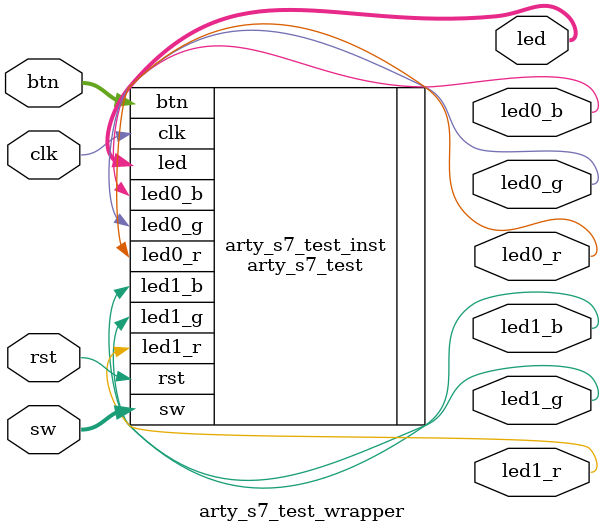
<source format=v>

`default_nettype none

module arty_s7_test_wrapper
#(
  parameter CLK_FREQ = 12000000
)
(
  input  wire   rst,  // reset, active low (top right, red button)
  input  wire   clk,  // 12 MHz, ~83.33ns
  
  input  wire [3:0] sw,  // Switches
  input  wire [3:0] btn, // buttons
  
  output wire [3:0] led,
  output wire       led0_r,
  output wire       led0_g,
  output wire       led0_b,
  output wire       led1_r,
  output wire       led1_g,
  output wire       led1_b
);

arty_s7_test
#(
  .CLK_FREQ(CLK_FREQ)
)
arty_s7_test_inst
(
  .rst(rst),
  .clk(clk),
  .sw(sw),
  .btn(btn),
  .led(led),
  .led0_r(led0_r),
  .led0_g(led0_g),
  .led0_b(led0_b),
  .led1_r(led1_r),
  .led1_g(led1_g),
  .led1_b(led1_b)
);

endmodule

`default_nettype wire

</source>
